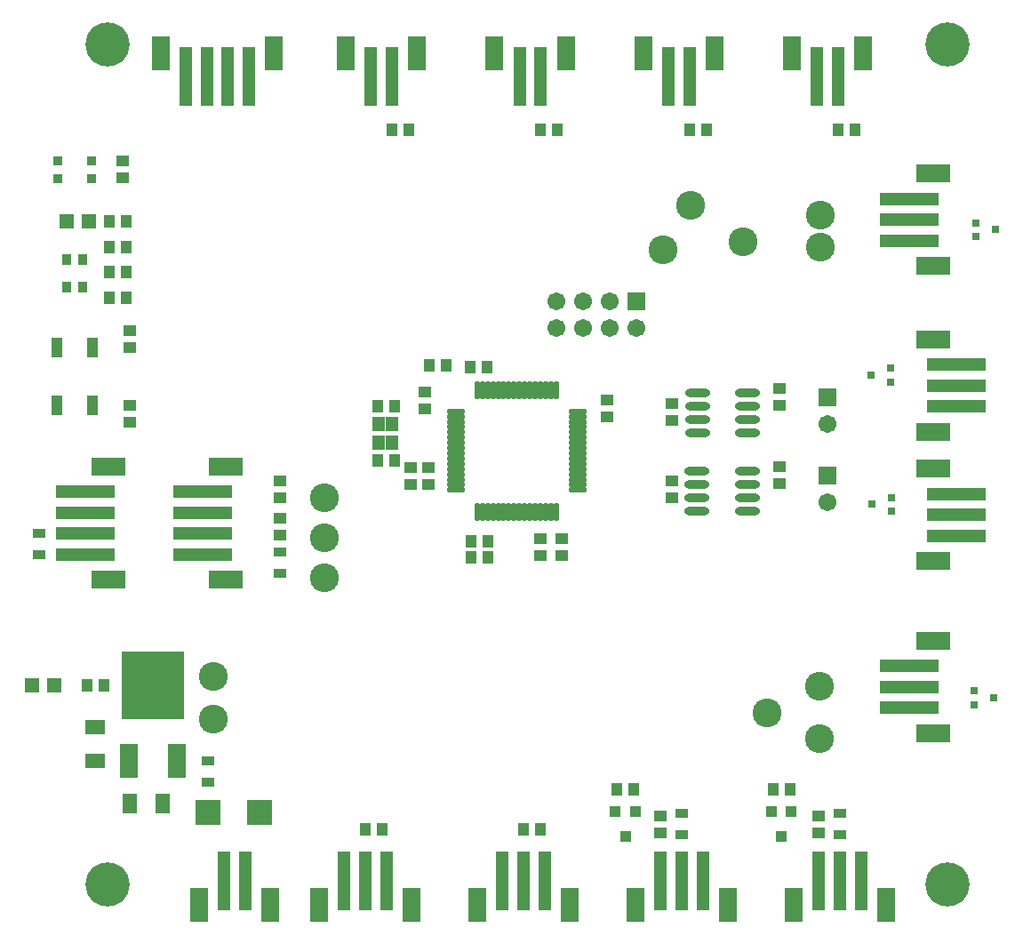
<source format=gts>
G04*
G04 #@! TF.GenerationSoftware,Altium Limited,Altium Designer,19.1.9 (167)*
G04*
G04 Layer_Color=8388736*
%FSAX25Y25*%
%MOIN*%
G70*
G01*
G75*
%ADD38R,0.12611X0.07099*%
%ADD39R,0.22454X0.04737*%
%ADD40R,0.04343X0.04737*%
%ADD41R,0.03556X0.04186*%
%ADD42R,0.02965X0.03162*%
%ADD43O,0.01981X0.07099*%
%ADD44O,0.07099X0.01981*%
%ADD45R,0.04737X0.04343*%
%ADD46R,0.05524X0.07493*%
%ADD47R,0.07493X0.05524*%
%ADD48R,0.09304X0.09698*%
%ADD49R,0.05524X0.05524*%
%ADD50R,0.05091X0.03800*%
%ADD51R,0.04737X0.22454*%
%ADD52R,0.07099X0.12611*%
%ADD53R,0.03950X0.03950*%
%ADD54R,0.03556X0.03753*%
%ADD55R,0.03950X0.07493*%
%ADD56O,0.09461X0.03162*%
%ADD57R,0.07099X0.12611*%
%ADD58R,0.23635X0.25210*%
%ADD59R,0.04737X0.05524*%
%ADD60C,0.10800*%
%ADD61C,0.06706*%
%ADD62R,0.06706X0.06706*%
%ADD63C,0.16548*%
%ADD64R,0.06706X0.06706*%
D38*
X0039657Y0153740D02*
D03*
Y0196260D02*
D03*
X0083657D02*
D03*
Y0153740D02*
D03*
X0348858Y0096177D02*
D03*
Y0130823D02*
D03*
X0348843Y0243823D02*
D03*
Y0209177D02*
D03*
X0348858Y0271303D02*
D03*
Y0305949D02*
D03*
X0348843Y0195323D02*
D03*
Y0160677D02*
D03*
D39*
X0030799Y0163189D02*
D03*
Y0171063D02*
D03*
Y0178937D02*
D03*
Y0186811D02*
D03*
X0340000Y0280752D02*
D03*
Y0288626D02*
D03*
X0357701Y0178000D02*
D03*
Y0185874D02*
D03*
Y0226500D02*
D03*
Y0234374D02*
D03*
X0074799Y0186811D02*
D03*
Y0178937D02*
D03*
Y0171063D02*
D03*
Y0163189D02*
D03*
X0340000Y0105626D02*
D03*
Y0113500D02*
D03*
Y0121374D02*
D03*
X0357701Y0218626D02*
D03*
X0340000Y0296500D02*
D03*
X0357701Y0170126D02*
D03*
D40*
X0166150Y0234000D02*
D03*
X0159850D02*
D03*
X0039850Y0269000D02*
D03*
X0046150D02*
D03*
X0046150Y0278500D02*
D03*
X0039850D02*
D03*
X0039850Y0259500D02*
D03*
X0046150D02*
D03*
X0146921Y0198569D02*
D03*
X0140621D02*
D03*
Y0218769D02*
D03*
X0146921D02*
D03*
X0175350Y0233500D02*
D03*
X0181650D02*
D03*
X0181800Y0162000D02*
D03*
X0175501D02*
D03*
X0181800Y0168000D02*
D03*
X0175501D02*
D03*
X0152236Y0322500D02*
D03*
X0145937D02*
D03*
X0208041D02*
D03*
X0201742D02*
D03*
X0236650Y0075000D02*
D03*
X0230350D02*
D03*
X0263845Y0322500D02*
D03*
X0257546D02*
D03*
X0319650D02*
D03*
X0313350D02*
D03*
X0295150Y0075000D02*
D03*
X0288850D02*
D03*
X0142299Y0060000D02*
D03*
X0136000D02*
D03*
X0201632D02*
D03*
X0195333D02*
D03*
X0031701Y0114000D02*
D03*
X0038000D02*
D03*
X0039850Y0288000D02*
D03*
X0046150D02*
D03*
D41*
X0024045Y0263283D02*
D03*
X0029852D02*
D03*
X0024045Y0273716D02*
D03*
X0029852D02*
D03*
D42*
X0364358Y0106941D02*
D03*
Y0112059D02*
D03*
X0364858Y0282441D02*
D03*
Y0287559D02*
D03*
X0332842Y0227882D02*
D03*
Y0233000D02*
D03*
X0371642Y0109500D02*
D03*
X0325558Y0230441D02*
D03*
X0372142Y0285000D02*
D03*
X0333142Y0179441D02*
D03*
Y0184559D02*
D03*
X0325858Y0182000D02*
D03*
D43*
X0177936Y0224935D02*
D03*
X0179905D02*
D03*
X0181873D02*
D03*
X0183842D02*
D03*
X0185810D02*
D03*
X0187779D02*
D03*
X0189747D02*
D03*
X0191716D02*
D03*
X0193684D02*
D03*
X0195653D02*
D03*
X0197621D02*
D03*
X0199590D02*
D03*
X0201558D02*
D03*
X0203527D02*
D03*
X0205495D02*
D03*
X0207464D02*
D03*
Y0179265D02*
D03*
X0205495D02*
D03*
X0203527D02*
D03*
X0201558D02*
D03*
X0199590D02*
D03*
X0197621D02*
D03*
X0195653D02*
D03*
X0193684D02*
D03*
X0191716D02*
D03*
X0189747D02*
D03*
X0187779D02*
D03*
X0185810D02*
D03*
X0183842D02*
D03*
X0181873D02*
D03*
X0179905D02*
D03*
X0177936D02*
D03*
D44*
X0215535Y0216864D02*
D03*
Y0214895D02*
D03*
Y0212927D02*
D03*
Y0210958D02*
D03*
Y0208990D02*
D03*
Y0207021D02*
D03*
Y0205053D02*
D03*
Y0203084D02*
D03*
Y0201116D02*
D03*
Y0199147D02*
D03*
Y0197179D02*
D03*
Y0195210D02*
D03*
Y0193242D02*
D03*
Y0191273D02*
D03*
Y0189305D02*
D03*
Y0187336D02*
D03*
X0169865D02*
D03*
Y0189305D02*
D03*
Y0191273D02*
D03*
Y0193242D02*
D03*
Y0195210D02*
D03*
Y0197179D02*
D03*
Y0199147D02*
D03*
Y0201116D02*
D03*
Y0203084D02*
D03*
Y0205053D02*
D03*
Y0207021D02*
D03*
Y0208990D02*
D03*
Y0210958D02*
D03*
Y0212927D02*
D03*
Y0214895D02*
D03*
Y0216864D02*
D03*
D45*
X0251000Y0213350D02*
D03*
Y0219650D02*
D03*
Y0184350D02*
D03*
Y0190650D02*
D03*
X0045000Y0304350D02*
D03*
Y0310650D02*
D03*
X0201500Y0169000D02*
D03*
Y0162701D02*
D03*
X0158200Y0217850D02*
D03*
Y0224150D02*
D03*
X0153000Y0189350D02*
D03*
Y0195650D02*
D03*
X0226500Y0221150D02*
D03*
Y0214850D02*
D03*
X0209500Y0169000D02*
D03*
Y0162701D02*
D03*
X0159500Y0189350D02*
D03*
Y0195650D02*
D03*
X0291400Y0225319D02*
D03*
Y0219020D02*
D03*
Y0196119D02*
D03*
Y0189820D02*
D03*
X0246793Y0065150D02*
D03*
Y0058850D02*
D03*
X0306126Y0065150D02*
D03*
Y0058850D02*
D03*
X0104000Y0170350D02*
D03*
Y0176650D02*
D03*
Y0190650D02*
D03*
Y0184350D02*
D03*
X0047500Y0240653D02*
D03*
Y0246952D02*
D03*
Y0212850D02*
D03*
Y0219150D02*
D03*
D46*
Y0069900D02*
D03*
X0060098D02*
D03*
D47*
X0034700Y0085700D02*
D03*
Y0098298D02*
D03*
D48*
X0077109Y0066500D02*
D03*
X0096400D02*
D03*
D49*
X0019134Y0114000D02*
D03*
X0010866D02*
D03*
X0032134Y0288000D02*
D03*
X0023866D02*
D03*
D50*
X0104000Y0156043D02*
D03*
Y0163957D02*
D03*
X0013500Y0163150D02*
D03*
Y0171063D02*
D03*
X0254667Y0065957D02*
D03*
Y0058043D02*
D03*
X0314000Y0065957D02*
D03*
Y0058043D02*
D03*
X0077100Y0077787D02*
D03*
Y0085700D02*
D03*
D51*
X0068689Y0342299D02*
D03*
X0076563D02*
D03*
X0084437D02*
D03*
X0092311D02*
D03*
X0138063D02*
D03*
X0145937D02*
D03*
X0193834D02*
D03*
X0201708D02*
D03*
X0246793Y0040701D02*
D03*
X0254667D02*
D03*
X0262541D02*
D03*
X0249604Y0342299D02*
D03*
X0257478D02*
D03*
X0305375D02*
D03*
X0313249D02*
D03*
X0306126Y0040701D02*
D03*
X0314000D02*
D03*
X0321874D02*
D03*
X0128126D02*
D03*
X0136000D02*
D03*
X0143874D02*
D03*
X0187459D02*
D03*
X0195333D02*
D03*
X0203207D02*
D03*
X0090937D02*
D03*
X0083063D02*
D03*
D52*
X0059240Y0351157D02*
D03*
X0101760D02*
D03*
X0128614D02*
D03*
X0155386D02*
D03*
X0184385D02*
D03*
X0211157D02*
D03*
X0237344Y0031843D02*
D03*
X0271990D02*
D03*
X0240155Y0351157D02*
D03*
X0266927D02*
D03*
X0295926D02*
D03*
X0322698D02*
D03*
X0296677Y0031843D02*
D03*
X0331323D02*
D03*
X0118677D02*
D03*
X0153323D02*
D03*
X0178010D02*
D03*
X0212656D02*
D03*
X0100386D02*
D03*
X0073614D02*
D03*
D53*
X0237240Y0066724D02*
D03*
X0229760D02*
D03*
X0233500Y0057276D02*
D03*
X0295740Y0066724D02*
D03*
X0288260D02*
D03*
X0292000Y0057276D02*
D03*
D54*
X0020550Y0310748D02*
D03*
X0033346D02*
D03*
Y0304252D02*
D03*
X0020550D02*
D03*
D55*
X0033641Y0240803D02*
D03*
X0020255D02*
D03*
X0033641Y0219000D02*
D03*
X0020255D02*
D03*
D56*
X0260551Y0223800D02*
D03*
Y0218800D02*
D03*
Y0213800D02*
D03*
Y0208800D02*
D03*
X0279449Y0223800D02*
D03*
Y0218800D02*
D03*
Y0213800D02*
D03*
Y0208800D02*
D03*
X0260351Y0194600D02*
D03*
Y0189600D02*
D03*
Y0184600D02*
D03*
Y0179600D02*
D03*
X0279249Y0194600D02*
D03*
Y0189600D02*
D03*
Y0184600D02*
D03*
Y0179600D02*
D03*
D57*
X0047404Y0085732D02*
D03*
X0065396D02*
D03*
D58*
X0056400Y0114000D02*
D03*
D59*
X0145936Y0211962D02*
D03*
Y0205269D02*
D03*
X0140818Y0211962D02*
D03*
Y0205269D02*
D03*
D60*
X0079000Y0117500D02*
D03*
Y0101500D02*
D03*
X0306500Y0290500D02*
D03*
Y0278500D02*
D03*
X0306461Y0094083D02*
D03*
Y0113768D02*
D03*
X0286776Y0103925D02*
D03*
X0277500Y0280500D02*
D03*
X0120500Y0154500D02*
D03*
Y0169500D02*
D03*
Y0184500D02*
D03*
X0247500Y0277500D02*
D03*
X0258000Y0294000D02*
D03*
D61*
X0309200Y0212097D02*
D03*
Y0182897D02*
D03*
X0227500Y0258000D02*
D03*
X0217500D02*
D03*
X0207500D02*
D03*
X0237500Y0248000D02*
D03*
X0227500D02*
D03*
X0217500D02*
D03*
X0207500D02*
D03*
D62*
X0309200Y0222097D02*
D03*
Y0192897D02*
D03*
D63*
X0039370Y0354331D02*
D03*
X0354331Y0039370D02*
D03*
Y0354331D02*
D03*
X0039370Y0039370D02*
D03*
D64*
X0237500Y0258000D02*
D03*
M02*

</source>
